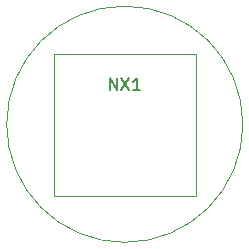
<source format=gbr>
%TF.GenerationSoftware,KiCad,Pcbnew,7.0.0*%
%TF.CreationDate,2023-09-15T14:50:14+08:00*%
%TF.ProjectId,QS-30,51532d33-302e-46b6-9963-61645f706362,rev?*%
%TF.SameCoordinates,Original*%
%TF.FileFunction,Legend,Top*%
%TF.FilePolarity,Positive*%
%FSLAX46Y46*%
G04 Gerber Fmt 4.6, Leading zero omitted, Abs format (unit mm)*
G04 Created by KiCad (PCBNEW 7.0.0) date 2023-09-15 14:50:14*
%MOMM*%
%LPD*%
G01*
G04 APERTURE LIST*
%ADD10C,0.150000*%
%ADD11C,0.120000*%
G04 APERTURE END LIST*
D10*
%TO.C,NX1*%
X154221905Y-107976180D02*
X154221905Y-106976180D01*
X154221905Y-106976180D02*
X154793333Y-107976180D01*
X154793333Y-107976180D02*
X154793333Y-106976180D01*
X155174286Y-106976180D02*
X155840952Y-107976180D01*
X155840952Y-106976180D02*
X155174286Y-107976180D01*
X156745714Y-107976180D02*
X156174286Y-107976180D01*
X156460000Y-107976180D02*
X156460000Y-106976180D01*
X156460000Y-106976180D02*
X156364762Y-107119038D01*
X156364762Y-107119038D02*
X156269524Y-107214276D01*
X156269524Y-107214276D02*
X156174286Y-107261895D01*
D11*
X165460000Y-110860000D02*
G75*
G03*
X165460000Y-110860000I-10000000J0D01*
G01*
%TO.C,J1*%
X149456000Y-116896000D02*
X149456000Y-104896000D01*
X149456000Y-116896000D02*
X161456000Y-116896000D01*
X161456000Y-104896000D02*
X149456000Y-104896000D01*
X161456000Y-116896000D02*
X161456000Y-104896000D01*
%TD*%
M02*

</source>
